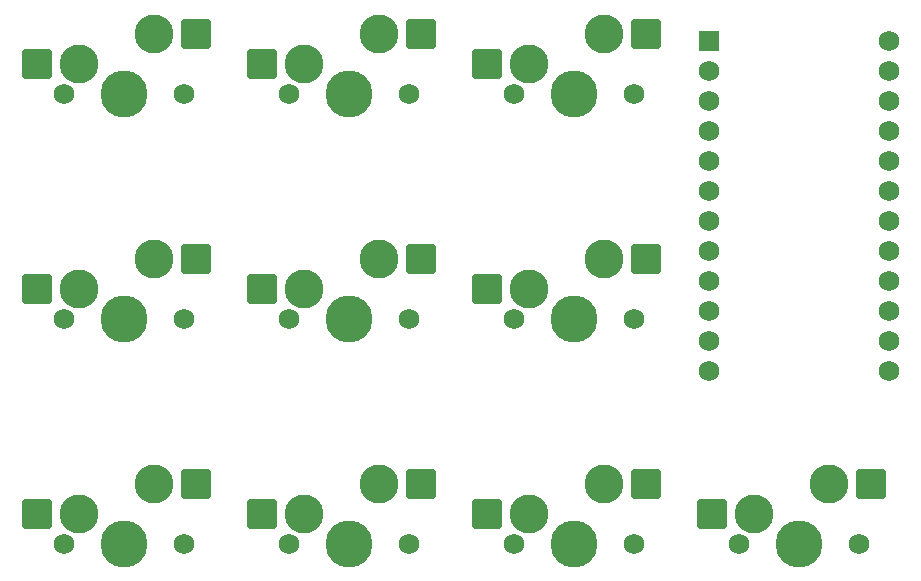
<source format=gbs>
%TF.GenerationSoftware,KiCad,Pcbnew,7.0.5*%
%TF.CreationDate,2023-06-14T14:40:25+08:00*%
%TF.ProjectId,Macropad,4d616372-6f70-4616-942e-6b696361645f,rev?*%
%TF.SameCoordinates,Original*%
%TF.FileFunction,Soldermask,Bot*%
%TF.FilePolarity,Negative*%
%FSLAX46Y46*%
G04 Gerber Fmt 4.6, Leading zero omitted, Abs format (unit mm)*
G04 Created by KiCad (PCBNEW 7.0.5) date 2023-06-14 14:40:25*
%MOMM*%
%LPD*%
G01*
G04 APERTURE LIST*
G04 Aperture macros list*
%AMRoundRect*
0 Rectangle with rounded corners*
0 $1 Rounding radius*
0 $2 $3 $4 $5 $6 $7 $8 $9 X,Y pos of 4 corners*
0 Add a 4 corners polygon primitive as box body*
4,1,4,$2,$3,$4,$5,$6,$7,$8,$9,$2,$3,0*
0 Add four circle primitives for the rounded corners*
1,1,$1+$1,$2,$3*
1,1,$1+$1,$4,$5*
1,1,$1+$1,$6,$7*
1,1,$1+$1,$8,$9*
0 Add four rect primitives between the rounded corners*
20,1,$1+$1,$2,$3,$4,$5,0*
20,1,$1+$1,$4,$5,$6,$7,0*
20,1,$1+$1,$6,$7,$8,$9,0*
20,1,$1+$1,$8,$9,$2,$3,0*%
G04 Aperture macros list end*
%ADD10R,1.752600X1.752600*%
%ADD11C,1.752600*%
%ADD12C,1.750000*%
%ADD13C,3.987800*%
%ADD14C,3.300000*%
%ADD15RoundRect,0.250000X1.025000X1.000000X-1.025000X1.000000X-1.025000X-1.000000X1.025000X-1.000000X0*%
G04 APERTURE END LIST*
D10*
%TO.C,U1*%
X217805000Y-60642500D03*
D11*
X217805000Y-63182500D03*
X217805000Y-65722500D03*
X217805000Y-68262500D03*
X217805000Y-70802500D03*
X217805000Y-73342500D03*
X217805000Y-75882500D03*
X217805000Y-78422500D03*
X217805000Y-80962500D03*
X217805000Y-83502500D03*
X217805000Y-86042500D03*
X217805000Y-88582500D03*
X233045000Y-88582500D03*
X233045000Y-86042500D03*
X233045000Y-83502500D03*
X233045000Y-80962500D03*
X233045000Y-78422500D03*
X233045000Y-75882500D03*
X233045000Y-73342500D03*
X233045000Y-70802500D03*
X233045000Y-68262500D03*
X233045000Y-65722500D03*
X233045000Y-63182500D03*
X233045000Y-60642500D03*
%TD*%
D12*
%TO.C,MX10*%
X230505000Y-103187500D03*
D13*
X225425000Y-103187500D03*
D12*
X220345000Y-103187500D03*
D14*
X221615000Y-100647500D03*
D15*
X218065000Y-100647500D03*
X231515000Y-98107500D03*
D14*
X227965000Y-98107500D03*
%TD*%
D12*
%TO.C,MX3*%
X211455000Y-65087500D03*
D13*
X206375000Y-65087500D03*
D12*
X201295000Y-65087500D03*
D14*
X202565000Y-62547500D03*
D15*
X199015000Y-62547500D03*
X212465000Y-60007500D03*
D14*
X208915000Y-60007500D03*
%TD*%
D12*
%TO.C,MX9*%
X211455000Y-103187500D03*
D13*
X206375000Y-103187500D03*
D12*
X201295000Y-103187500D03*
D14*
X202565000Y-100647500D03*
D15*
X199015000Y-100647500D03*
X212465000Y-98107500D03*
D14*
X208915000Y-98107500D03*
%TD*%
D12*
%TO.C,MX4*%
X173355000Y-84137500D03*
D13*
X168275000Y-84137500D03*
D12*
X163195000Y-84137500D03*
D14*
X164465000Y-81597500D03*
D15*
X160915000Y-81597500D03*
X174365000Y-79057500D03*
D14*
X170815000Y-79057500D03*
%TD*%
D12*
%TO.C,MX5*%
X192405000Y-84137500D03*
D13*
X187325000Y-84137500D03*
D12*
X182245000Y-84137500D03*
D14*
X183515000Y-81597500D03*
D15*
X179965000Y-81597500D03*
X193415000Y-79057500D03*
D14*
X189865000Y-79057500D03*
%TD*%
D12*
%TO.C,MX2*%
X192405000Y-65087500D03*
D13*
X187325000Y-65087500D03*
D12*
X182245000Y-65087500D03*
D14*
X183515000Y-62547500D03*
D15*
X179965000Y-62547500D03*
X193415000Y-60007500D03*
D14*
X189865000Y-60007500D03*
%TD*%
D12*
%TO.C,MX8*%
X192405000Y-103187500D03*
D13*
X187325000Y-103187500D03*
D12*
X182245000Y-103187500D03*
D14*
X183515000Y-100647500D03*
D15*
X179965000Y-100647500D03*
X193415000Y-98107500D03*
D14*
X189865000Y-98107500D03*
%TD*%
D12*
%TO.C,MX7*%
X173355000Y-103187500D03*
D13*
X168275000Y-103187500D03*
D12*
X163195000Y-103187500D03*
D14*
X164465000Y-100647500D03*
D15*
X160915000Y-100647500D03*
X174365000Y-98107500D03*
D14*
X170815000Y-98107500D03*
%TD*%
D12*
%TO.C,MX1*%
X173355000Y-65087500D03*
D13*
X168275000Y-65087500D03*
D12*
X163195000Y-65087500D03*
D14*
X164465000Y-62547500D03*
D15*
X160915000Y-62547500D03*
X174365000Y-60007500D03*
D14*
X170815000Y-60007500D03*
%TD*%
D12*
%TO.C,MX6*%
X211455000Y-84137500D03*
D13*
X206375000Y-84137500D03*
D12*
X201295000Y-84137500D03*
D14*
X202565000Y-81597500D03*
D15*
X199015000Y-81597500D03*
X212465000Y-79057500D03*
D14*
X208915000Y-79057500D03*
%TD*%
M02*

</source>
